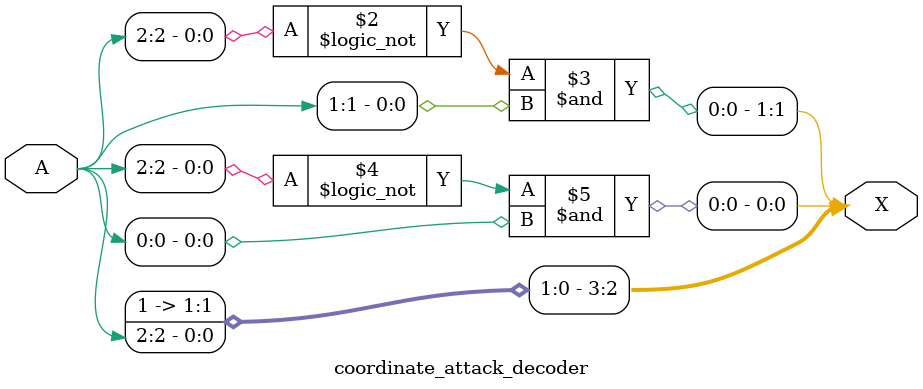
<source format=v>
module coordinate_attack_decoder(input [2:0]A, output [3:0]X);//Decodificador para coordenadas de ataque - colunas
	
	and And0(X[3], 1'b1, 1'b1);
	and And1(X[2], A[2], 1'b1);
	
	and And2(X[1], !A[2], A[1]);
	and And3(X[0], !A[2], A[0]);
	
endmodule 
</source>
